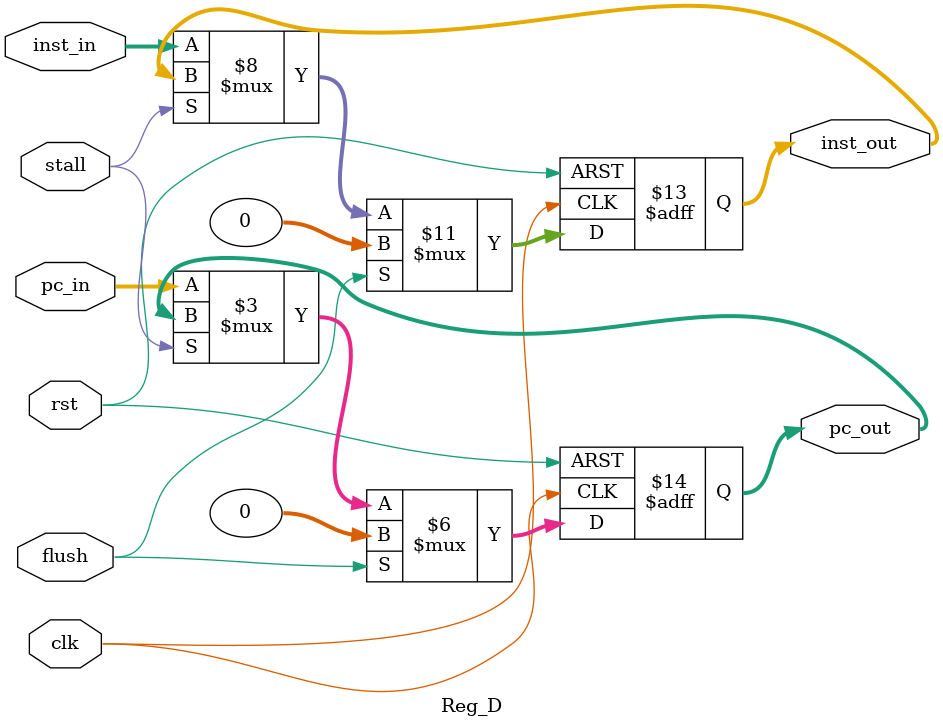
<source format=v>
module Reg_D(
    input clk,
    input rst,
    input stall,
    input flush,

    input [31:0] inst_in,
    input [31:0] pc_in,

    output reg [31:0] inst_out,
    output reg [31:0] pc_out
);
    always @(posedge clk or posedge rst) begin
        if(rst) begin
            inst_out <= 32'd0;
            pc_out   <= 32'd0;
        end
        else if(flush) begin
            inst_out <= 32'd0;
            pc_out   <= 32'd0;
        end
        else if(!stall) begin
            inst_out <= inst_in;
            pc_out   <= pc_in;
        end
    end
endmodule
</source>
